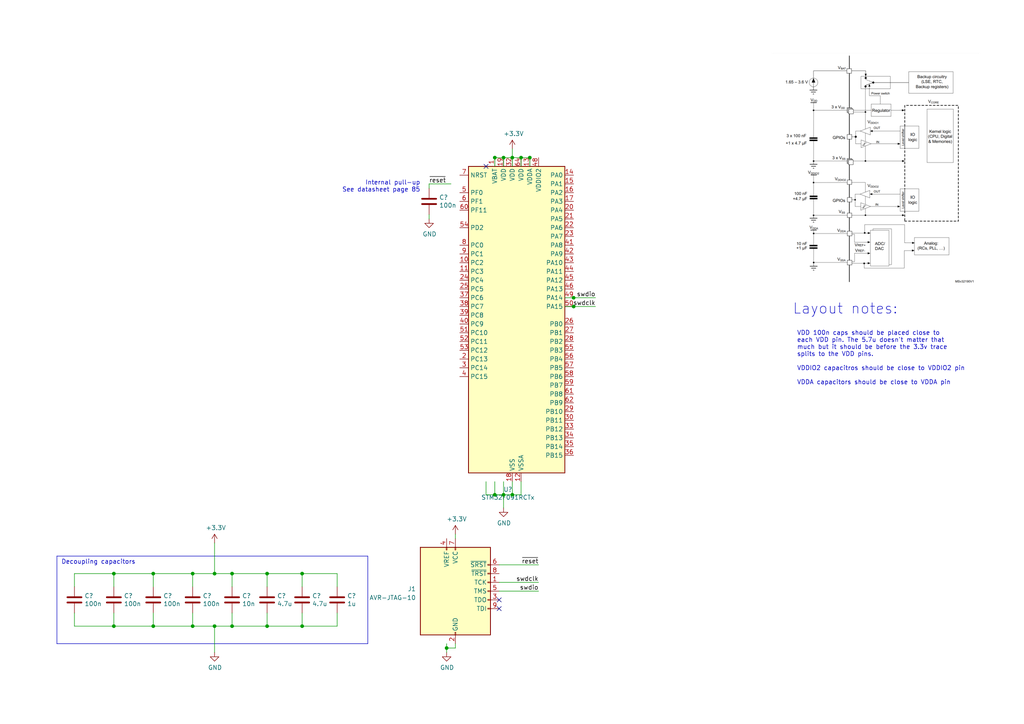
<source format=kicad_sch>
(kicad_sch (version 20230121) (generator eeschema)
  (paper "A4")
  (lib_symbols
    (symbol "Connector:AVR-JTAG-10" (pin_names (offset 1.016))
      (property "Reference" "J" (at -8.89 13.97 0))
      (property "Value" "AVR-JTAG-10" (at 1.27 13.97 0))
      (symbol "AVR-JTAG-10_0_1"
        (rectangle (start -2.667 12.7) (end -2.413 11.938))
        (rectangle (start -0.127 -11.938) (end 0.127 -12.7))
        (rectangle (start -0.127 12.7) (end 0.127 11.938))
        (rectangle (start 10.16 -4.953) (end 9.398 -5.207))
        (rectangle (start 10.16 -2.413) (end 9.398 -2.667))
        (rectangle (start 10.16 0.127) (end 9.398 -0.127))
        (rectangle (start 10.16 2.667) (end 9.398 2.413))
        (rectangle (start 10.16 5.207) (end 9.398 4.953))
        (rectangle (start 10.16 7.747) (end 9.398 7.493))
        (rectangle (start 10.16 12.7) (end -10.16 -12.7) (stroke (width 0.254)) (fill (type background)))
      )
      (symbol "AVR-JTAG-10_1_1"
        (pin passive line (at 12.7 2.54 180) (length 2.54) (name "TCK") (number "1"))
        (pin passive line (at 0 -15.24 90) (length 2.54) hide (name "GND") (number "10"))
        (pin passive line (at 0 -15.24 90) (length 2.54) (name "GND") (number "2"))
        (pin passive line (at 12.7 -2.54 180) (length 2.54) (name "TDO") (number "3"))
        (pin passive line (at -2.54 15.24 270) (length 2.54) (name "VREF") (number "4"))
        (pin passive line (at 12.7 0 180) (length 2.54) (name "TMS") (number "5"))
        (pin passive line (at 12.7 7.62 180) (length 2.54) (name "~{SRST}") (number "6"))
        (pin passive line (at 0 15.24 270) (length 2.54) (name "VCC") (number "7"))
        (pin passive line (at 12.7 5.08 180) (length 2.54) (name "~{TRST}") (number "8"))
        (pin passive line (at 12.7 -5.08 180) (length 2.54) (name "TDI") (number "9"))
      )
    )
    (symbol "Device:C" (pin_numbers hide) (pin_names (offset 0.254))
      (property "Reference" "C" (at 0.635 2.54 0))
      (property "Value" "C" (at 0.635 -2.54 0))
      (symbol "C_0_1"
        (polyline (pts (xy -2.032 -0.762) (xy 2.032 -0.762)) (stroke (width 0.508)))
        (polyline (pts (xy -2.032 0.762) (xy 2.032 0.762)) (stroke (width 0.508)))
      )
      (symbol "C_1_1"
        (pin passive line (at 0 3.81 270) (length 2.794) (name "~") (number "1"))
        (pin passive line (at 0 -3.81 90) (length 2.794) (name "~") (number "2"))
      )
    )
    (symbol "MCU_ST_STM32F0:STM32F091RCTx"
      (property "Reference" "U" (at -12.7 46.99 0))
      (property "Value" "STM32F091RCTx" (at 10.16 46.99 0))
      (symbol "STM32F091RCTx_0_1"
        (rectangle (start -12.7 -43.18) (end 15.24 45.72) (stroke (width 0.254)) (fill (type background)))
      )
      (symbol "STM32F091RCTx_1_1"
        (pin power_in line (at -5.08 48.26 270) (length 2.54) (name "VBAT") (number "1"))
        (pin bidirectional line (at -15.24 17.78 0) (length 2.54) (name "PC2") (number "10"))
        (pin bidirectional line (at -15.24 15.24 0) (length 2.54) (name "PC3") (number "11"))
        (pin power_in line (at 2.54 -45.72 90) (length 2.54) (name "VSSA") (number "12"))
        (pin power_in line (at 5.08 48.26 270) (length 2.54) (name "VDDA") (number "13"))
        (pin bidirectional line (at 17.78 43.18 180) (length 2.54) (name "PA0") (number "14"))
        (pin bidirectional line (at 17.78 40.64 180) (length 2.54) (name "PA1") (number "15"))
        (pin bidirectional line (at 17.78 38.1 180) (length 2.54) (name "PA2") (number "16"))
        (pin bidirectional line (at 17.78 35.56 180) (length 2.54) (name "PA3") (number "17"))
        (pin power_in line (at 0 -45.72 90) (length 2.54) (name "VSS") (number "18"))
        (pin power_in line (at -2.54 48.26 270) (length 2.54) (name "VDD") (number "19"))
        (pin bidirectional line (at -15.24 -10.16 0) (length 2.54) (name "PC13") (number "2"))
        (pin bidirectional line (at 17.78 33.02 180) (length 2.54) (name "PA4") (number "20"))
        (pin bidirectional line (at 17.78 30.48 180) (length 2.54) (name "PA5") (number "21"))
        (pin bidirectional line (at 17.78 27.94 180) (length 2.54) (name "PA6") (number "22"))
        (pin bidirectional line (at 17.78 25.4 180) (length 2.54) (name "PA7") (number "23"))
        (pin bidirectional line (at -15.24 12.7 0) (length 2.54) (name "PC4") (number "24"))
        (pin bidirectional line (at -15.24 10.16 0) (length 2.54) (name "PC5") (number "25"))
        (pin bidirectional line (at 17.78 0 180) (length 2.54) (name "PB0") (number "26"))
        (pin bidirectional line (at 17.78 -2.54 180) (length 2.54) (name "PB1") (number "27"))
        (pin bidirectional line (at 17.78 -5.08 180) (length 2.54) (name "PB2") (number "28"))
        (pin bidirectional line (at 17.78 -25.4 180) (length 2.54) (name "PB10") (number "29"))
        (pin bidirectional line (at -15.24 -12.7 0) (length 2.54) (name "PC14") (number "3"))
        (pin bidirectional line (at 17.78 -27.94 180) (length 2.54) (name "PB11") (number "30"))
        (pin passive line (at 0 -45.72 90) (length 2.54) hide (name "VSS") (number "31"))
        (pin power_in line (at 0 48.26 270) (length 2.54) (name "VDD") (number "32"))
        (pin bidirectional line (at 17.78 -30.48 180) (length 2.54) (name "PB12") (number "33"))
        (pin bidirectional line (at 17.78 -33.02 180) (length 2.54) (name "PB13") (number "34"))
        (pin bidirectional line (at 17.78 -35.56 180) (length 2.54) (name "PB14") (number "35"))
        (pin bidirectional line (at 17.78 -38.1 180) (length 2.54) (name "PB15") (number "36"))
        (pin bidirectional line (at -15.24 7.62 0) (length 2.54) (name "PC6") (number "37"))
        (pin bidirectional line (at -15.24 5.08 0) (length 2.54) (name "PC7") (number "38"))
        (pin bidirectional line (at -15.24 2.54 0) (length 2.54) (name "PC8") (number "39"))
        (pin bidirectional line (at -15.24 -15.24 0) (length 2.54) (name "PC15") (number "4"))
        (pin bidirectional line (at -15.24 0 0) (length 2.54) (name "PC9") (number "40"))
        (pin bidirectional line (at 17.78 22.86 180) (length 2.54) (name "PA8") (number "41"))
        (pin bidirectional line (at 17.78 20.32 180) (length 2.54) (name "PA9") (number "42"))
        (pin bidirectional line (at 17.78 17.78 180) (length 2.54) (name "PA10") (number "43"))
        (pin bidirectional line (at 17.78 15.24 180) (length 2.54) (name "PA11") (number "44"))
        (pin bidirectional line (at 17.78 12.7 180) (length 2.54) (name "PA12") (number "45"))
        (pin bidirectional line (at 17.78 10.16 180) (length 2.54) (name "PA13") (number "46"))
        (pin passive line (at 0 -45.72 90) (length 2.54) hide (name "VSS") (number "47"))
        (pin power_in line (at 7.62 48.26 270) (length 2.54) (name "VDDIO2") (number "48"))
        (pin bidirectional line (at 17.78 7.62 180) (length 2.54) (name "PA14") (number "49"))
        (pin bidirectional line (at -15.24 38.1 0) (length 2.54) (name "PF0") (number "5"))
        (pin bidirectional line (at 17.78 5.08 180) (length 2.54) (name "PA15") (number "50"))
        (pin bidirectional line (at -15.24 -2.54 0) (length 2.54) (name "PC10") (number "51"))
        (pin bidirectional line (at -15.24 -5.08 0) (length 2.54) (name "PC11") (number "52"))
        (pin bidirectional line (at -15.24 -7.62 0) (length 2.54) (name "PC12") (number "53"))
        (pin bidirectional line (at -15.24 27.94 0) (length 2.54) (name "PD2") (number "54"))
        (pin bidirectional line (at 17.78 -7.62 180) (length 2.54) (name "PB3") (number "55"))
        (pin bidirectional line (at 17.78 -10.16 180) (length 2.54) (name "PB4") (number "56"))
        (pin bidirectional line (at 17.78 -12.7 180) (length 2.54) (name "PB5") (number "57"))
        (pin bidirectional line (at 17.78 -15.24 180) (length 2.54) (name "PB6") (number "58"))
        (pin bidirectional line (at 17.78 -17.78 180) (length 2.54) (name "PB7") (number "59"))
        (pin bidirectional line (at -15.24 35.56 0) (length 2.54) (name "PF1") (number "6"))
        (pin bidirectional line (at -15.24 33.02 0) (length 2.54) (name "PF11") (number "60"))
        (pin bidirectional line (at 17.78 -20.32 180) (length 2.54) (name "PB8") (number "61"))
        (pin bidirectional line (at 17.78 -22.86 180) (length 2.54) (name "PB9") (number "62"))
        (pin passive line (at 0 -45.72 90) (length 2.54) hide (name "VSS") (number "63"))
        (pin power_in line (at 2.54 48.26 270) (length 2.54) (name "VDD") (number "64"))
        (pin input line (at -15.24 43.18 0) (length 2.54) (name "NRST") (number "7"))
        (pin bidirectional line (at -15.24 22.86 0) (length 2.54) (name "PC0") (number "8"))
        (pin bidirectional line (at -15.24 20.32 0) (length 2.54) (name "PC1") (number "9"))
      )
    )
    (symbol "power:+3.3V" (power) (pin_names (offset 0))
      (property "Value" "+3.3V" (at 0 3.556 0))
      (symbol "+3.3V_0_1"
        (polyline (pts (xy -0.762 1.27) (xy 0 2.54)))
        (polyline (pts (xy 0 0) (xy 0 2.54)))
        (polyline (pts (xy 0 2.54) (xy 0.762 1.27)))
      )
      (symbol "+3.3V_1_1"
        (pin power_in line (at 0 0 90) (length 0) hide (name "+3.3V") (number "1"))
      )
    )
    (symbol "power:GND" (power) (pin_names (offset 0))
      (property "Value" "GND" (at 0 -3.81 0))
      (symbol "GND_0_1"
        (polyline (pts (xy 0 0) (xy 0 -1.27) (xy 1.27 -1.27) (xy 0 -2.54) (xy -1.27 -1.27) (xy 0 -1.27)))
      )
      (symbol "GND_1_1"
        (pin power_in line (at 0 0 270) (length 0) hide (name "GND") (number "1"))
      )
    )
  )
  (junction (at 44.45 181.61))
  (junction (at 87.63 166.37))
  (junction (at 146.05 143.51))
  (junction (at 33.02 181.61))
  (junction (at 44.45 166.37))
  (junction (at 55.88 166.37))
  (junction (at 153.67 45.72))
  (junction (at 87.63 181.61))
  (junction (at 166.37 88.9))
  (junction (at 33.02 166.37))
  (junction (at 151.13 45.72))
  (junction (at 62.23 166.37))
  (junction (at 143.51 143.51))
  (junction (at 129.54 187.96))
  (junction (at 143.51 45.72))
  (junction (at 77.47 166.37))
  (junction (at 77.47 181.61))
  (junction (at 67.31 166.37))
  (junction (at 67.31 181.61))
  (junction (at 62.23 181.61))
  (junction (at 166.37 86.36))
  (junction (at 146.05 45.72))
  (junction (at 148.59 143.51))
  (junction (at 55.88 181.61))
  (junction (at 148.59 45.72))
  (no_connect (at 140.97 48.26))
  (no_connect (at 144.78 173.99))
  (no_connect (at 144.78 176.53))
  (wire (pts (xy 143.51 48.26) (xy 143.51 45.72)))
  (wire (pts (xy 67.31 166.37) (xy 77.47 166.37)))
  (wire (pts (xy 21.59 177.8) (xy 21.59 181.61)))
  (wire (pts (xy 151.13 45.72) (xy 153.67 45.72)))
  (wire (pts (xy 144.78 168.91) (xy 156.21 168.91)))
  (wire (pts (xy 163.83 86.36) (xy 166.37 86.36)))
  (wire (pts (xy 33.02 181.61) (xy 44.45 181.61)))
  (wire (pts (xy 87.63 166.37) (xy 97.79 166.37)))
  (wire (pts (xy 97.79 181.61) (xy 97.79 177.8)))
  (wire (pts (xy 148.59 45.72) (xy 151.13 45.72)))
  (wire (pts (xy 146.05 143.51) (xy 148.59 143.51)))
  (wire (pts (xy 33.02 170.18) (xy 33.02 166.37)))
  (wire (pts (xy 148.59 43.18) (xy 148.59 45.72)))
  (wire (pts (xy 146.05 48.26) (xy 146.05 45.72)))
  (wire (pts (xy 77.47 166.37) (xy 87.63 166.37)))
  (wire (pts (xy 144.78 171.45) (xy 156.21 171.45)))
  (wire (pts (xy 151.13 143.51) (xy 151.13 139.7)))
  (wire (pts (xy 67.31 177.8) (xy 67.31 181.61)))
  (wire (pts (xy 148.59 143.51) (xy 151.13 143.51)))
  (wire (pts (xy 97.79 166.37) (xy 97.79 170.18)))
  (wire (pts (xy 146.05 45.72) (xy 148.59 45.72)))
  (wire (pts (xy 55.88 170.18) (xy 55.88 166.37)))
  (wire (pts (xy 143.51 143.51) (xy 146.05 143.51)))
  (wire (pts (xy 87.63 181.61) (xy 97.79 181.61)))
  (wire (pts (xy 87.63 177.8) (xy 87.63 181.61)))
  (wire (pts (xy 33.02 166.37) (xy 44.45 166.37)))
  (wire (pts (xy 62.23 166.37) (xy 67.31 166.37)))
  (wire (pts (xy 44.45 177.8) (xy 44.45 181.61)))
  (polyline (pts (xy 16.51 161.29) (xy 106.68 161.29)))
  (wire (pts (xy 143.51 139.7) (xy 143.51 143.51)))
  (wire (pts (xy 55.88 181.61) (xy 62.23 181.61)))
  (wire (pts (xy 55.88 166.37) (xy 62.23 166.37)))
  (wire (pts (xy 132.08 156.21) (xy 132.08 154.94)))
  (wire (pts (xy 124.46 63.5) (xy 124.46 62.23)))
  (wire (pts (xy 21.59 166.37) (xy 33.02 166.37)))
  (wire (pts (xy 62.23 157.48) (xy 62.23 166.37)))
  (wire (pts (xy 87.63 170.18) (xy 87.63 166.37)))
  (wire (pts (xy 129.54 187.96) (xy 129.54 186.69)))
  (wire (pts (xy 132.08 187.96) (xy 132.08 186.69)))
  (wire (pts (xy 140.97 139.7) (xy 140.97 143.51)))
  (wire (pts (xy 62.23 189.23) (xy 62.23 181.61)))
  (wire (pts (xy 166.37 86.36) (xy 172.72 86.36)))
  (polyline (pts (xy 106.68 161.29) (xy 106.68 186.69)))
  (wire (pts (xy 140.97 143.51) (xy 143.51 143.51)))
  (wire (pts (xy 146.05 143.51) (xy 146.05 139.7)))
  (wire (pts (xy 77.47 181.61) (xy 87.63 181.61)))
  (wire (pts (xy 21.59 170.18) (xy 21.59 166.37)))
  (wire (pts (xy 129.54 187.96) (xy 132.08 187.96)))
  (wire (pts (xy 62.23 181.61) (xy 67.31 181.61)))
  (wire (pts (xy 33.02 177.8) (xy 33.02 181.61)))
  (wire (pts (xy 144.78 163.83) (xy 156.21 163.83)))
  (wire (pts (xy 44.45 170.18) (xy 44.45 166.37)))
  (wire (pts (xy 146.05 147.32) (xy 146.05 143.51)))
  (polyline (pts (xy 106.68 186.69) (xy 16.51 186.69)))
  (wire (pts (xy 44.45 181.61) (xy 55.88 181.61)))
  (wire (pts (xy 153.67 45.72) (xy 153.67 48.26)))
  (wire (pts (xy 77.47 170.18) (xy 77.47 166.37)))
  (wire (pts (xy 55.88 177.8) (xy 55.88 181.61)))
  (wire (pts (xy 130.81 53.34) (xy 124.46 53.34)))
  (wire (pts (xy 172.72 88.9) (xy 166.37 88.9)))
  (wire (pts (xy 21.59 181.61) (xy 33.02 181.61)))
  (polyline (pts (xy 16.51 186.69) (xy 16.51 161.29)))
  (wire (pts (xy 148.59 139.7) (xy 148.59 143.51)))
  (wire (pts (xy 77.47 177.8) (xy 77.47 181.61)))
  (wire (pts (xy 44.45 166.37) (xy 55.88 166.37)))
  (wire (pts (xy 148.59 45.72) (xy 148.59 48.26)))
  (wire (pts (xy 124.46 53.34) (xy 124.46 54.61)))
  (wire (pts (xy 166.37 88.9) (xy 163.83 88.9)))
  (wire (pts (xy 151.13 48.26) (xy 151.13 45.72)))
  (wire (pts (xy 129.54 189.23) (xy 129.54 187.96)))
  (wire (pts (xy 67.31 181.61) (xy 77.47 181.61)))
  (wire (pts (xy 67.31 166.37) (xy 67.31 170.18)))
  (wire (pts (xy 143.51 45.72) (xy 146.05 45.72)))
  (image (at 254 49.53) (scale 0.7))
  (text "Layout notes:" (at 229.87 91.44 0) (effects (font (size 2.9972 2.9972)) (justify left bottom)))
  (text "Decoupling capacitors" (at 17.78 163.83 0) (effects (font (size 1.27 1.27)) (justify left bottom)))
  (text "VDD 100n caps should be placed close to\neach VDD pin. The 5.7u doesn't matter that\nmuch but it should be before the 3.3v trace\nsplits to the VDD pins.\n\nVDDIO2 capacitros should be close to VDDIO2 pin\n\nVDDA capacitors should be close to VDDA pin" (at 231.14 111.76 0) (effects (font (size 1.27 1.27)) (justify left bottom)))
  (text "Internal pull-up\nSee datasheet page 85" (at 121.92 55.88 0) (effects (font (size 1.27 1.27)) (justify right bottom)))
  (label "swdclk" (at 172.72 88.9 180))
  (label "swdio" (at 172.72 86.36 180))
  (label "~{reset}" (at 156.21 163.83 180))
  (label "swdclk" (at 156.21 168.91 180))
  (label "~{reset}" (at 124.46 53.34 0))
  (label "swdio" (at 156.21 171.45 180))
  (symbol (lib_id "MCU_ST_STM32F0:STM32F091RCTx") (at 148.59 93.98 0) (unit 1)
    (property "Reference" "U?" (at 147.32 141.9606 0))
    (property "Value" "STM32F091RCTx" (at 147.32 144.272 0))
    (property "Footprint" "Package_QFP:LQFP-64_10x10mm_P0.5mm" (effects hide))
    (property "Datasheet" "http://www.st.com/st-web-ui/static/active/en/resource/technical/document/datasheet/DM00115237.pdf" (effects hide))
  )
  (symbol (lib_id "power:+3.3V") (at 148.59 43.18 0) (unit 1)
    (property "Reference" "#PWR?" (effects hide))
    (property "Value" "+3.3V" (at 148.971 38.7858 0))
  )
  (symbol (lib_id "power:GND") (at 146.05 147.32 0) (unit 1)
    (property "Reference" "#PWR?" (effects hide))
    (property "Value" "GND" (at 146.177 151.7142 0))
  )
  (symbol (lib_id "Device:C") (at 124.46 58.42 0) (unit 1)
    (property "Reference" "C?" (at 127.381 57.2516 0) (effects (justify left)))
    (property "Value" "100n" (at 127.381 59.563 0) (effects (justify left)))
    (property "Footprint" "Capacitor_SMD:C_0603_1608Metric" (effects hide))
  )
  (symbol (lib_id "power:GND") (at 124.46 63.5 0) (unit 1)
    (property "Reference" "#PWR?" (effects hide))
    (property "Value" "GND" (at 124.587 67.8942 0))
  )
  (symbol (lib_id "Device:C") (at 21.59 173.99 0) (unit 1)
    (property "Reference" "C?" (at 24.511 172.8216 0) (effects (justify left)))
    (property "Value" "100n" (at 24.511 175.133 0) (effects (justify left)))
    (property "Footprint" "Capacitor_SMD:C_0603_1608Metric" (effects hide))
  )
  (symbol (lib_id "Device:C") (at 33.02 173.99 0) (unit 1)
    (property "Reference" "C?" (at 35.941 172.8216 0) (effects (justify left)))
    (property "Value" "100n" (at 35.941 175.133 0) (effects (justify left)))
    (property "Footprint" "Capacitor_SMD:C_0603_1608Metric" (effects hide))
  )
  (symbol (lib_id "Device:C") (at 44.45 173.99 0) (unit 1)
    (property "Reference" "C?" (at 47.371 172.8216 0) (effects (justify left)))
    (property "Value" "100n" (at 47.371 175.133 0) (effects (justify left)))
    (property "Footprint" "Capacitor_SMD:C_0603_1608Metric" (effects hide))
  )
  (symbol (lib_id "Device:C") (at 55.88 173.99 0) (unit 1)
    (property "Reference" "C?" (at 58.801 172.8216 0) (effects (justify left)))
    (property "Value" "100n" (at 58.801 175.133 0) (effects (justify left)))
    (property "Footprint" "Capacitor_SMD:C_0603_1608Metric" (effects hide))
  )
  (symbol (lib_id "Device:C") (at 67.31 173.99 0) (unit 1)
    (property "Reference" "C?" (at 70.231 172.8216 0) (effects (justify left)))
    (property "Value" "10n" (at 70.231 175.133 0) (effects (justify left)))
    (property "Footprint" "Capacitor_SMD:C_0603_1608Metric" (effects hide))
  )
  (symbol (lib_id "Device:C") (at 77.47 173.99 0) (unit 1)
    (property "Reference" "C?" (at 80.391 172.8216 0) (effects (justify left)))
    (property "Value" "4.7u" (at 80.391 175.133 0) (effects (justify left)))
    (property "Footprint" "Capacitor_SMD:C_0805_2012Metric" (effects hide))
  )
  (symbol (lib_id "Device:C") (at 87.63 173.99 0) (unit 1)
    (property "Reference" "C?" (at 90.551 172.8216 0) (effects (justify left)))
    (property "Value" "4.7u" (at 90.551 175.133 0) (effects (justify left)))
    (property "Footprint" "Capacitor_SMD:C_0805_2012Metric" (effects hide))
  )
  (symbol (lib_id "Device:C") (at 97.79 173.99 0) (unit 1)
    (property "Reference" "C?" (at 100.711 172.8216 0) (effects (justify left)))
    (property "Value" "1u" (at 100.711 175.133 0) (effects (justify left)))
    (property "Footprint" "Capacitor_SMD:C_0805_2012Metric" (effects hide))
  )
  (symbol (lib_id "power:GND") (at 62.23 189.23 0) (unit 1)
    (property "Reference" "#PWR?" (effects hide))
    (property "Value" "GND" (at 62.357 193.6242 0))
  )
  (symbol (lib_id "power:+3.3V") (at 62.23 157.48 0) (unit 1)
    (property "Reference" "#PWR?" (effects hide))
    (property "Value" "+3.3V" (at 62.611 153.0858 0))
  )
  (symbol (lib_id "power:GND") (at 129.54 189.23 0) (unit 1)
    (property "Reference" "#PWR?" (effects hide))
    (property "Value" "GND" (at 129.667 193.6242 0))
  )
  (symbol (lib_id "power:+3.3V") (at 132.08 154.94 0) (unit 1)
    (property "Reference" "#PWR?" (effects hide))
    (property "Value" "+3.3V" (at 132.461 150.5458 0))
  )
  (symbol (lib_id "Connector:AVR-JTAG-10") (at 132.08 171.45 0) (unit 1)
    (property "Reference" "J1" (at 120.65 170.815 0) (effects (justify right)))
    (property "Value" "AVR-JTAG-10" (at 120.65 173.355 0) (effects (justify right)))
    (property "Datasheet" " ~" (effects hide))
  )
)
</source>
